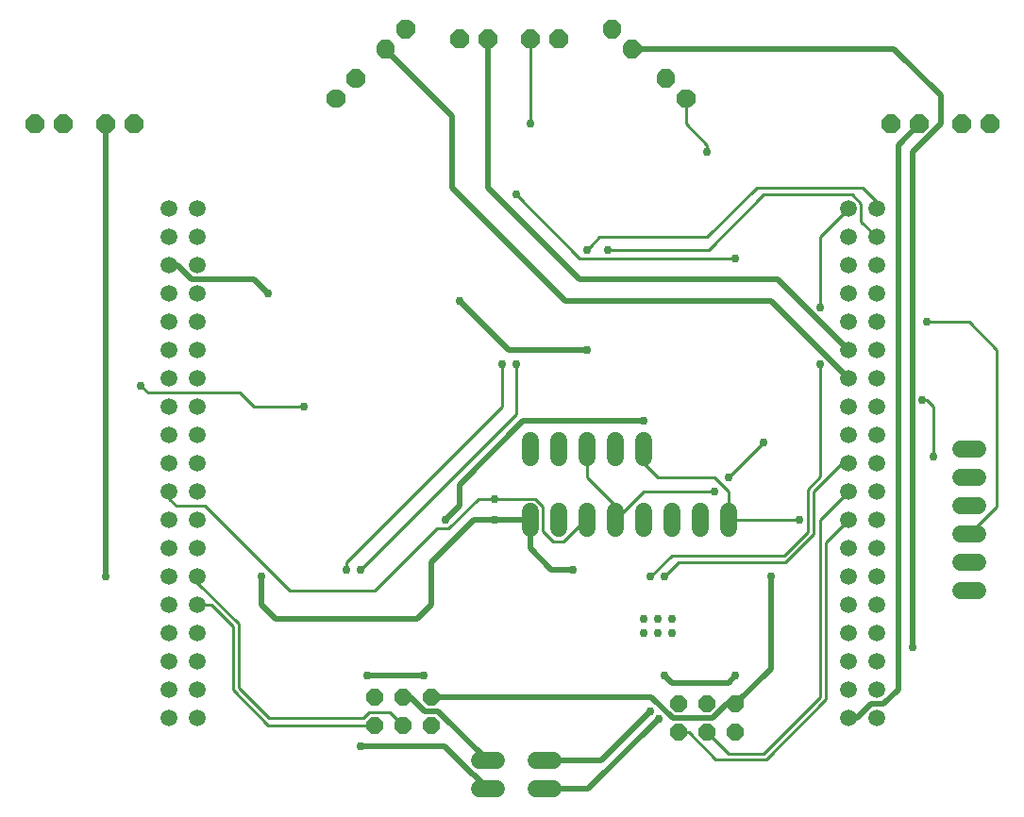
<source format=gbl>
G75*
%MOIN*%
%OFA0B0*%
%FSLAX25Y25*%
%IPPOS*%
%LPD*%
%AMOC8*
5,1,8,0,0,1.08239X$1,22.5*
%
%ADD10OC8,0.06000*%
%ADD11C,0.01320*%
%ADD12OC8,0.06600*%
%ADD13C,0.06000*%
%ADD14C,0.05937*%
%ADD15C,0.02978*%
%ADD16C,0.02000*%
%ADD17C,0.01000*%
D10*
X0177595Y0134000D03*
X0187595Y0134000D03*
X0197595Y0134000D03*
X0197595Y0144000D03*
X0187595Y0144000D03*
X0177595Y0144000D03*
X0285095Y0141500D03*
X0285095Y0131500D03*
X0295095Y0131500D03*
X0295095Y0141500D03*
X0305095Y0141500D03*
X0305095Y0131500D03*
D11*
X0288064Y0353485D02*
X0288724Y0352825D01*
X0286538Y0352825D01*
X0284992Y0354371D01*
X0284992Y0356557D01*
X0286538Y0358103D01*
X0288724Y0358103D01*
X0290270Y0356557D01*
X0290270Y0354371D01*
X0288724Y0352825D01*
X0288314Y0353815D01*
X0286948Y0353815D01*
X0285982Y0354781D01*
X0285982Y0356147D01*
X0286948Y0357113D01*
X0288314Y0357113D01*
X0289280Y0356147D01*
X0289280Y0354781D01*
X0288314Y0353815D01*
X0287904Y0354805D01*
X0287358Y0354805D01*
X0286972Y0355191D01*
X0286972Y0355737D01*
X0287358Y0356123D01*
X0287904Y0356123D01*
X0288290Y0355737D01*
X0288290Y0355191D01*
X0287904Y0354805D01*
X0280993Y0360557D02*
X0281653Y0359897D01*
X0279467Y0359897D01*
X0277921Y0361443D01*
X0277921Y0363629D01*
X0279467Y0365175D01*
X0281653Y0365175D01*
X0283199Y0363629D01*
X0283199Y0361443D01*
X0281653Y0359897D01*
X0281243Y0360887D01*
X0279877Y0360887D01*
X0278911Y0361853D01*
X0278911Y0363219D01*
X0279877Y0364185D01*
X0281243Y0364185D01*
X0282209Y0363219D01*
X0282209Y0361853D01*
X0281243Y0360887D01*
X0280833Y0361877D01*
X0280287Y0361877D01*
X0279901Y0362263D01*
X0279901Y0362809D01*
X0280287Y0363195D01*
X0280833Y0363195D01*
X0281219Y0362809D01*
X0281219Y0362263D01*
X0280833Y0361877D01*
X0268198Y0374943D02*
X0267538Y0375603D01*
X0269724Y0375603D01*
X0271270Y0374057D01*
X0271270Y0371871D01*
X0269724Y0370325D01*
X0267538Y0370325D01*
X0265992Y0371871D01*
X0265992Y0374057D01*
X0267538Y0375603D01*
X0267948Y0374613D01*
X0269314Y0374613D01*
X0270280Y0373647D01*
X0270280Y0372281D01*
X0269314Y0371315D01*
X0267948Y0371315D01*
X0266982Y0372281D01*
X0266982Y0373647D01*
X0267948Y0374613D01*
X0268358Y0373623D01*
X0268904Y0373623D01*
X0269290Y0373237D01*
X0269290Y0372691D01*
X0268904Y0372305D01*
X0268358Y0372305D01*
X0267972Y0372691D01*
X0267972Y0373237D01*
X0268358Y0373623D01*
X0261127Y0382015D02*
X0260467Y0382675D01*
X0262653Y0382675D01*
X0264199Y0381129D01*
X0264199Y0378943D01*
X0262653Y0377397D01*
X0260467Y0377397D01*
X0258921Y0378943D01*
X0258921Y0381129D01*
X0260467Y0382675D01*
X0260877Y0381685D01*
X0262243Y0381685D01*
X0263209Y0380719D01*
X0263209Y0379353D01*
X0262243Y0378387D01*
X0260877Y0378387D01*
X0259911Y0379353D01*
X0259911Y0380719D01*
X0260877Y0381685D01*
X0261287Y0380695D01*
X0261833Y0380695D01*
X0262219Y0380309D01*
X0262219Y0379763D01*
X0261833Y0379377D01*
X0261287Y0379377D01*
X0260901Y0379763D01*
X0260901Y0380309D01*
X0261287Y0380695D01*
X0190610Y0380469D02*
X0191270Y0381129D01*
X0191270Y0378943D01*
X0189724Y0377397D01*
X0187538Y0377397D01*
X0185992Y0378943D01*
X0185992Y0381129D01*
X0187538Y0382675D01*
X0189724Y0382675D01*
X0191270Y0381129D01*
X0190280Y0380719D01*
X0190280Y0379353D01*
X0189314Y0378387D01*
X0187948Y0378387D01*
X0186982Y0379353D01*
X0186982Y0380719D01*
X0187948Y0381685D01*
X0189314Y0381685D01*
X0190280Y0380719D01*
X0189290Y0380309D01*
X0189290Y0379763D01*
X0188904Y0379377D01*
X0188358Y0379377D01*
X0187972Y0379763D01*
X0187972Y0380309D01*
X0188358Y0380695D01*
X0188904Y0380695D01*
X0189290Y0380309D01*
X0183539Y0373397D02*
X0184199Y0374057D01*
X0184199Y0371871D01*
X0182653Y0370325D01*
X0180467Y0370325D01*
X0178921Y0371871D01*
X0178921Y0374057D01*
X0180467Y0375603D01*
X0182653Y0375603D01*
X0184199Y0374057D01*
X0183209Y0373647D01*
X0183209Y0372281D01*
X0182243Y0371315D01*
X0180877Y0371315D01*
X0179911Y0372281D01*
X0179911Y0373647D01*
X0180877Y0374613D01*
X0182243Y0374613D01*
X0183209Y0373647D01*
X0182219Y0373237D01*
X0182219Y0372691D01*
X0181833Y0372305D01*
X0181287Y0372305D01*
X0180901Y0372691D01*
X0180901Y0373237D01*
X0181287Y0373623D01*
X0181833Y0373623D01*
X0182219Y0373237D01*
X0169152Y0362103D02*
X0168492Y0361443D01*
X0168492Y0363629D01*
X0170038Y0365175D01*
X0172224Y0365175D01*
X0173770Y0363629D01*
X0173770Y0361443D01*
X0172224Y0359897D01*
X0170038Y0359897D01*
X0168492Y0361443D01*
X0169482Y0361853D01*
X0169482Y0363219D01*
X0170448Y0364185D01*
X0171814Y0364185D01*
X0172780Y0363219D01*
X0172780Y0361853D01*
X0171814Y0360887D01*
X0170448Y0360887D01*
X0169482Y0361853D01*
X0170472Y0362263D01*
X0170472Y0362809D01*
X0170858Y0363195D01*
X0171404Y0363195D01*
X0171790Y0362809D01*
X0171790Y0362263D01*
X0171404Y0361877D01*
X0170858Y0361877D01*
X0170472Y0362263D01*
X0162081Y0355031D02*
X0161421Y0354371D01*
X0161421Y0356557D01*
X0162967Y0358103D01*
X0165153Y0358103D01*
X0166699Y0356557D01*
X0166699Y0354371D01*
X0165153Y0352825D01*
X0162967Y0352825D01*
X0161421Y0354371D01*
X0162411Y0354781D01*
X0162411Y0356147D01*
X0163377Y0357113D01*
X0164743Y0357113D01*
X0165709Y0356147D01*
X0165709Y0354781D01*
X0164743Y0353815D01*
X0163377Y0353815D01*
X0162411Y0354781D01*
X0163401Y0355191D01*
X0163401Y0355737D01*
X0163787Y0356123D01*
X0164333Y0356123D01*
X0164719Y0355737D01*
X0164719Y0355191D01*
X0164333Y0354805D01*
X0163787Y0354805D01*
X0163401Y0355191D01*
D12*
X0207595Y0376500D03*
X0217595Y0376500D03*
X0232595Y0376500D03*
X0242595Y0376500D03*
X0360095Y0346500D03*
X0370095Y0346500D03*
X0385095Y0346500D03*
X0395095Y0346500D03*
X0092595Y0346500D03*
X0082595Y0346500D03*
X0067595Y0346500D03*
X0057595Y0346500D03*
D13*
X0232595Y0234500D02*
X0232595Y0228500D01*
X0242595Y0228500D02*
X0242595Y0234500D01*
X0252595Y0234500D02*
X0252595Y0228500D01*
X0262595Y0228500D02*
X0262595Y0234500D01*
X0272595Y0234500D02*
X0272595Y0228500D01*
X0272595Y0209500D02*
X0272595Y0203500D01*
X0282595Y0203500D02*
X0282595Y0209500D01*
X0292595Y0209500D02*
X0292595Y0203500D01*
X0302595Y0203500D02*
X0302595Y0209500D01*
X0262595Y0209500D02*
X0262595Y0203500D01*
X0252595Y0203500D02*
X0252595Y0209500D01*
X0242595Y0209500D02*
X0242595Y0203500D01*
X0232595Y0203500D02*
X0232595Y0209500D01*
X0234595Y0121500D02*
X0240595Y0121500D01*
X0240595Y0111500D02*
X0234595Y0111500D01*
X0220595Y0111500D02*
X0214595Y0111500D01*
X0214595Y0121500D02*
X0220595Y0121500D01*
X0384595Y0181500D02*
X0390595Y0181500D01*
X0390595Y0191500D02*
X0384595Y0191500D01*
X0384595Y0201500D02*
X0390595Y0201500D01*
X0390595Y0211500D02*
X0384595Y0211500D01*
X0384595Y0221500D02*
X0390595Y0221500D01*
X0390595Y0231500D02*
X0384595Y0231500D01*
D14*
X0355095Y0226500D03*
X0355095Y0216500D03*
X0345095Y0216500D03*
X0345095Y0226500D03*
X0345095Y0236500D03*
X0345095Y0246500D03*
X0345095Y0256500D03*
X0345095Y0266500D03*
X0345095Y0276500D03*
X0345095Y0286500D03*
X0345095Y0296500D03*
X0345095Y0306500D03*
X0345095Y0316500D03*
X0355095Y0316500D03*
X0355095Y0306500D03*
X0355095Y0296500D03*
X0355095Y0286500D03*
X0355095Y0276500D03*
X0355095Y0266500D03*
X0355095Y0256500D03*
X0355095Y0246500D03*
X0355095Y0236500D03*
X0355095Y0206500D03*
X0355095Y0196500D03*
X0345095Y0196500D03*
X0345095Y0206500D03*
X0345095Y0186500D03*
X0345095Y0176500D03*
X0345095Y0166500D03*
X0345095Y0156500D03*
X0345095Y0146500D03*
X0345095Y0136500D03*
X0355095Y0136500D03*
X0355095Y0146500D03*
X0355095Y0156500D03*
X0355095Y0166500D03*
X0355095Y0176500D03*
X0355095Y0186500D03*
X0115095Y0186500D03*
X0105095Y0186500D03*
X0105095Y0176500D03*
X0115095Y0176500D03*
X0115095Y0166500D03*
X0105095Y0166500D03*
X0105095Y0156500D03*
X0115095Y0156500D03*
X0115095Y0146500D03*
X0105095Y0146500D03*
X0105095Y0136500D03*
X0115095Y0136500D03*
X0115095Y0196500D03*
X0105095Y0196500D03*
X0105095Y0206500D03*
X0115095Y0206500D03*
X0115095Y0216500D03*
X0105095Y0216500D03*
X0105095Y0226500D03*
X0105095Y0236500D03*
X0115095Y0236500D03*
X0115095Y0226500D03*
X0115095Y0246500D03*
X0105095Y0246500D03*
X0105095Y0256500D03*
X0115095Y0256500D03*
X0115095Y0266500D03*
X0105095Y0266500D03*
X0105095Y0276500D03*
X0115095Y0276500D03*
X0115095Y0286500D03*
X0105095Y0286500D03*
X0105095Y0296500D03*
X0115095Y0296500D03*
X0115095Y0306500D03*
X0105095Y0306500D03*
X0105095Y0316500D03*
X0115095Y0316500D03*
D15*
X0140095Y0286500D03*
X0152595Y0246500D03*
X0202595Y0206500D03*
X0220095Y0206500D03*
X0220095Y0214000D03*
X0247595Y0189000D03*
X0275095Y0186500D03*
X0280095Y0186500D03*
X0277595Y0171500D03*
X0272595Y0171500D03*
X0272595Y0166500D03*
X0277595Y0166500D03*
X0282595Y0166500D03*
X0282595Y0171500D03*
X0280095Y0151500D03*
X0275095Y0139000D03*
X0278155Y0136435D03*
X0305095Y0151500D03*
X0317595Y0186500D03*
X0327595Y0206500D03*
X0302595Y0221500D03*
X0297595Y0216500D03*
X0315095Y0234000D03*
X0335095Y0261500D03*
X0335095Y0281500D03*
X0305095Y0299000D03*
X0295095Y0336500D03*
X0260095Y0301989D03*
X0252595Y0301989D03*
X0227595Y0321500D03*
X0232595Y0346500D03*
X0207595Y0284000D03*
X0222595Y0261500D03*
X0227595Y0261500D03*
X0252595Y0266500D03*
X0272595Y0241500D03*
X0195095Y0151500D03*
X0175095Y0151500D03*
X0172595Y0126500D03*
X0137595Y0186500D03*
X0167595Y0189000D03*
X0172595Y0189000D03*
X0095095Y0254000D03*
X0082595Y0186500D03*
X0367595Y0161500D03*
X0375095Y0229000D03*
X0371084Y0249000D03*
X0372595Y0276500D03*
D16*
X0345095Y0266500D02*
X0320095Y0291500D01*
X0267595Y0291500D01*
X0250095Y0291500D01*
X0217595Y0324000D01*
X0217595Y0376500D01*
X0205095Y0349429D02*
X0181560Y0372964D01*
X0205095Y0349429D02*
X0205095Y0324000D01*
X0245095Y0284000D01*
X0317595Y0284000D01*
X0345095Y0256500D01*
X0272595Y0241500D02*
X0230095Y0241500D01*
X0207595Y0219000D01*
X0207595Y0211500D01*
X0202595Y0206500D01*
X0212595Y0206500D02*
X0197595Y0191500D01*
X0197595Y0176500D01*
X0192595Y0171500D01*
X0142595Y0171500D01*
X0137595Y0176500D01*
X0137595Y0186500D01*
X0175095Y0151500D02*
X0195095Y0151500D01*
X0197595Y0144000D02*
X0275524Y0144000D01*
X0283024Y0136500D01*
X0297166Y0136500D01*
X0302166Y0141500D01*
X0305095Y0141500D01*
X0317595Y0154000D01*
X0317595Y0186500D01*
X0305095Y0151500D02*
X0302595Y0149000D01*
X0282595Y0149000D01*
X0280095Y0151500D01*
X0275095Y0139000D02*
X0257595Y0121500D01*
X0237595Y0121500D01*
X0237595Y0111500D02*
X0253221Y0111500D01*
X0278155Y0136435D01*
X0247595Y0189000D02*
X0240095Y0189000D01*
X0232595Y0196500D01*
X0232595Y0206500D01*
X0220095Y0206500D01*
X0212595Y0206500D01*
X0225095Y0266500D02*
X0207595Y0284000D01*
X0225095Y0266500D02*
X0252595Y0266500D01*
X0268631Y0372964D02*
X0361131Y0372964D01*
X0377595Y0356500D01*
X0377595Y0346500D01*
X0367595Y0336500D01*
X0367595Y0161500D01*
X0362595Y0146500D02*
X0357564Y0141469D01*
X0353037Y0141469D01*
X0348069Y0136500D01*
X0345095Y0136500D01*
X0362595Y0146500D02*
X0362595Y0339000D01*
X0370095Y0346500D01*
X0190524Y0144000D02*
X0187595Y0144000D01*
X0190524Y0144000D02*
X0195524Y0139000D01*
X0200095Y0139000D01*
X0217595Y0121500D01*
X0212595Y0116500D02*
X0212524Y0116500D01*
X0202524Y0126500D01*
X0172595Y0126500D01*
X0212595Y0116500D02*
X0217595Y0111500D01*
X0082595Y0186500D02*
X0082595Y0346500D01*
X0105095Y0296500D02*
X0108069Y0296500D01*
X0113037Y0291531D01*
X0135064Y0291531D01*
X0140095Y0286500D01*
D17*
X0127595Y0146500D02*
X0140095Y0134000D01*
X0177595Y0134000D01*
X0173895Y0136664D02*
X0140259Y0136664D01*
X0129595Y0147328D01*
X0129595Y0169828D01*
X0115095Y0184328D01*
X0115095Y0186500D01*
X0115095Y0176500D02*
X0120095Y0176500D01*
X0127595Y0169000D01*
X0127595Y0146500D01*
X0147595Y0181500D02*
X0117595Y0211500D01*
X0107595Y0211500D01*
X0105095Y0214000D01*
X0105095Y0216500D01*
X0135095Y0246500D02*
X0152595Y0246500D01*
X0135095Y0246500D02*
X0130095Y0251500D01*
X0097595Y0251500D01*
X0095095Y0254000D01*
X0167595Y0191500D02*
X0167595Y0189000D01*
X0167595Y0191500D02*
X0222595Y0246500D01*
X0222595Y0261500D01*
X0227595Y0261500D02*
X0227595Y0244000D01*
X0172595Y0189000D01*
X0177595Y0181500D02*
X0147595Y0181500D01*
X0177595Y0181500D02*
X0199606Y0203511D01*
X0203833Y0203511D01*
X0214322Y0214000D01*
X0220095Y0214000D01*
X0234459Y0214000D01*
X0237095Y0211364D01*
X0237095Y0202636D01*
X0240731Y0199000D01*
X0244459Y0199000D01*
X0251959Y0206500D01*
X0252595Y0206500D01*
X0262595Y0206500D02*
X0272595Y0216500D01*
X0297595Y0216500D01*
X0297595Y0221500D02*
X0277595Y0221500D01*
X0272595Y0226500D01*
X0272595Y0231500D01*
X0252595Y0231500D02*
X0252595Y0221500D01*
X0262595Y0211500D01*
X0262595Y0206500D01*
X0275095Y0186500D02*
X0282595Y0194000D01*
X0322267Y0194000D01*
X0330595Y0202328D01*
X0330595Y0217328D01*
X0335095Y0221828D01*
X0335095Y0261500D01*
X0335095Y0281500D02*
X0335095Y0306500D01*
X0345095Y0316500D01*
X0349564Y0318351D02*
X0346415Y0321500D01*
X0315095Y0321500D01*
X0295584Y0301989D01*
X0260095Y0301989D01*
X0257106Y0306500D02*
X0295095Y0306500D01*
X0312595Y0324000D01*
X0350095Y0324000D01*
X0355095Y0319000D01*
X0355095Y0316500D01*
X0349564Y0318351D02*
X0349564Y0312031D01*
X0355095Y0306500D01*
X0372595Y0276500D02*
X0387595Y0276500D01*
X0397426Y0266669D01*
X0397426Y0211331D01*
X0387595Y0201500D01*
X0375095Y0229000D02*
X0375095Y0246500D01*
X0372595Y0249000D01*
X0371084Y0249000D01*
X0345095Y0226500D02*
X0342595Y0226500D01*
X0332595Y0216500D01*
X0332595Y0201500D01*
X0322595Y0191500D01*
X0285095Y0191500D01*
X0280095Y0186500D01*
X0302595Y0206500D02*
X0327595Y0206500D01*
X0335095Y0206500D02*
X0335095Y0144000D01*
X0315095Y0124000D01*
X0302595Y0124000D01*
X0295095Y0131500D01*
X0288731Y0131500D02*
X0298231Y0122000D01*
X0315924Y0122000D01*
X0337095Y0143172D01*
X0337095Y0198500D01*
X0345095Y0206500D01*
X0335095Y0206500D02*
X0345095Y0216500D01*
X0315095Y0234000D02*
X0302595Y0221500D01*
X0302595Y0216500D02*
X0297595Y0221500D01*
X0302595Y0216500D02*
X0302595Y0206500D01*
X0288731Y0131500D02*
X0285095Y0131500D01*
X0187595Y0134000D02*
X0183095Y0138500D01*
X0175731Y0138500D01*
X0173895Y0136664D01*
X0250095Y0299000D02*
X0305095Y0299000D01*
X0295095Y0336500D02*
X0295095Y0339000D01*
X0287595Y0346500D01*
X0287595Y0355429D01*
X0287631Y0355464D01*
X0287631Y0355464D01*
X0287631Y0355464D01*
X0257106Y0306500D02*
X0252595Y0301989D01*
X0254606Y0304000D01*
X0250095Y0299000D02*
X0227595Y0321500D01*
X0232595Y0346500D02*
X0232595Y0376500D01*
M02*

</source>
